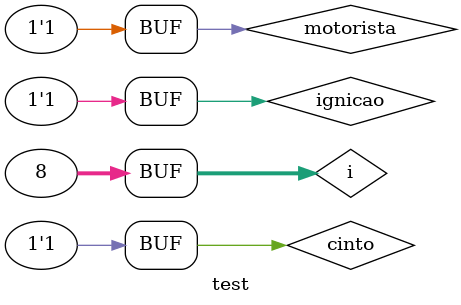
<source format=v>
module alarme(input motorista_presente, cinto_em_uso, ignicao_ligada, output reg luz_de_advertencia);

    always @(motorista_presente or cinto_em_uso or ignicao_ligada) begin

        luz_de_advertencia <= (motorista_presente & (~cinto_em_uso) & ignicao_ligada);

    end

endmodule


module test;
    reg motorista, cinto, ignicao;
    wire luz;
    integer i;

    alarme a (.motorista_presente(motorista), .cinto_em_uso(cinto), .ignicao_ligada(ignicao), .luz_de_advertencia(luz));

    initial begin
        motorista <= 0;
        cinto <= 0;
        ignicao <= 0;

        $monitor("\nMotorista: %0b\t\tCinto: %0b\t\tIgnicao: %0b\t\tLuz de Advertencia: %0b\n", motorista, cinto, ignicao, luz);
        $dumpfile("alarm.vcd"); // Definindo o nome do arquivo para o gtkwave
        $dumpvars(0, test);

        for (i = 0; i < 8 ; i = i + 1) begin
            {motorista, cinto, ignicao} = i;
            #10;
        end

    end

endmodule
</source>
